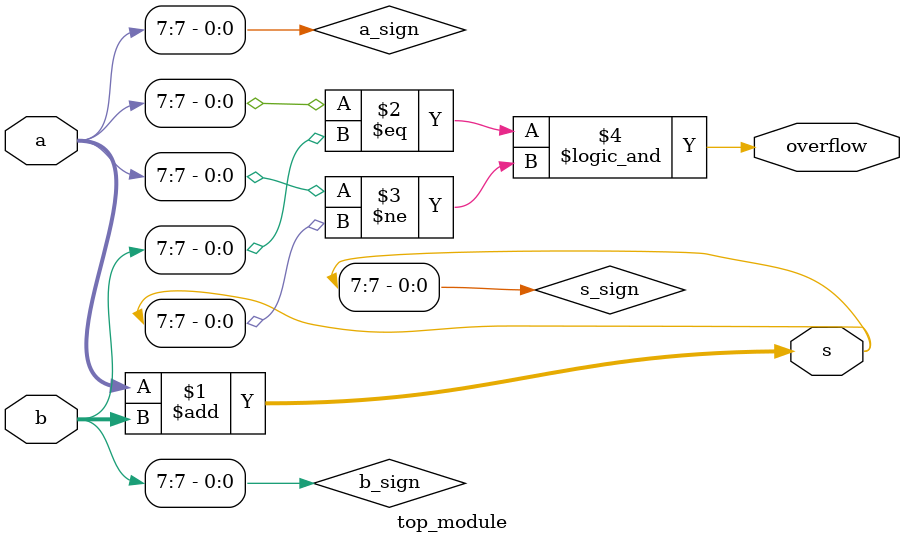
<source format=v>
/* Assume that you have two 8-bit 2's complement numbers, a[7:0] and b[7:0]. 
These numbers are added to produce s[7:0]. 
Also compute whether a (signed) overflow has occurred. */

module top_module (
    input [7:0] a,
    input [7:0] b,
    output [7:0] s,
    output overflow
); 
    wire a_sign=a[7];
    wire b_sign=b[7];
    wire s_sign=s[7];
    assign s=a+b;
    assign overflow=(a_sign==b_sign)&&(a_sign!=s_sign);

endmodule

</source>
